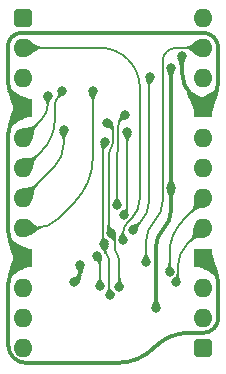
<source format=gbl>
%TF.GenerationSoftware,KiCad,Pcbnew,8.0.7*%
%TF.CreationDate,2025-01-30T10:17:25+02:00*%
%TF.ProjectId,Audio Address Decode,41756469-6f20-4416-9464-726573732044,V0*%
%TF.SameCoordinates,Original*%
%TF.FileFunction,Copper,L2,Bot*%
%TF.FilePolarity,Positive*%
%FSLAX46Y46*%
G04 Gerber Fmt 4.6, Leading zero omitted, Abs format (unit mm)*
G04 Created by KiCad (PCBNEW 8.0.7) date 2025-01-30 10:17:25*
%MOMM*%
%LPD*%
G01*
G04 APERTURE LIST*
G04 Aperture macros list*
%AMRoundRect*
0 Rectangle with rounded corners*
0 $1 Rounding radius*
0 $2 $3 $4 $5 $6 $7 $8 $9 X,Y pos of 4 corners*
0 Add a 4 corners polygon primitive as box body*
4,1,4,$2,$3,$4,$5,$6,$7,$8,$9,$2,$3,0*
0 Add four circle primitives for the rounded corners*
1,1,$1+$1,$2,$3*
1,1,$1+$1,$4,$5*
1,1,$1+$1,$6,$7*
1,1,$1+$1,$8,$9*
0 Add four rect primitives between the rounded corners*
20,1,$1+$1,$2,$3,$4,$5,0*
20,1,$1+$1,$4,$5,$6,$7,0*
20,1,$1+$1,$6,$7,$8,$9,0*
20,1,$1+$1,$8,$9,$2,$3,0*%
G04 Aperture macros list end*
%TA.AperFunction,ComponentPad*%
%ADD10O,1.600000X1.600000*%
%TD*%
%TA.AperFunction,ComponentPad*%
%ADD11R,1.600000X1.600000*%
%TD*%
%TA.AperFunction,ComponentPad*%
%ADD12RoundRect,0.400000X-0.400000X-0.400000X0.400000X-0.400000X0.400000X0.400000X-0.400000X0.400000X0*%
%TD*%
%TA.AperFunction,ViaPad*%
%ADD13C,0.800000*%
%TD*%
%TA.AperFunction,Conductor*%
%ADD14C,0.380000*%
%TD*%
%TA.AperFunction,Conductor*%
%ADD15C,0.200000*%
%TD*%
G04 APERTURE END LIST*
D10*
%TO.P,J1,24,Pin_24*%
%TO.N,unconnected-(J1-Pin_24-Pad24)*%
X15240000Y0D03*
%TO.P,J1,23,Pin_23*%
%TO.N,/Sound Address*%
X15240000Y-2540000D03*
%TO.P,J1,22,Pin_22*%
%TO.N,/CPU A ~{OE}\u00B7~{WE}*%
X15240000Y-5080000D03*
D11*
%TO.P,J1,21,Pin_21*%
%TO.N,/GND*%
X15240000Y-7620000D03*
D10*
%TO.P,J1,20,Pin_20*%
%TO.N,/CPU A ~{OE}*%
X15240000Y-10160000D03*
%TO.P,J1,19,Pin_19*%
%TO.N,/CPU A ~{WE}*%
X15240000Y-12700000D03*
%TO.P,J1,18,Pin_18*%
%TO.N,/CPU B ~{OE}\u00B7~{WE}*%
X15240000Y-15240000D03*
%TO.P,J1,17,Pin_17*%
%TO.N,/CPU B ~{OE}*%
X15240000Y-17780000D03*
D11*
%TO.P,J1,16,Pin_16*%
%TO.N,/GND*%
X15240000Y-20320000D03*
D10*
%TO.P,J1,15,Pin_15*%
%TO.N,/CPU B ~{WE}*%
X15240000Y-22860000D03*
%TO.P,J1,14,Pin_14*%
%TO.N,unconnected-(J1-Pin_14-Pad14)*%
X15240000Y-25400000D03*
D12*
%TO.P,J1,13,Pin_13*%
%TO.N,/5V*%
X15240000Y-27940000D03*
D10*
%TO.P,J1,12,Pin_12*%
%TO.N,unconnected-(J1-Pin_12-Pad12)*%
X0Y-27940000D03*
%TO.P,J1,11,Pin_11*%
%TO.N,unconnected-(J1-Pin_11-Pad11)*%
X0Y-25400000D03*
%TO.P,J1,10,Pin_10*%
%TO.N,/~{CLK}*%
X0Y-22860000D03*
D11*
%TO.P,J1,9,Pin_9*%
%TO.N,/GND*%
X0Y-20320000D03*
D10*
%TO.P,J1,8,Pin_8*%
%TO.N,/A15*%
X0Y-17780000D03*
%TO.P,J1,7,Pin_7*%
%TO.N,/A16*%
X0Y-15240000D03*
%TO.P,J1,6,Pin_6*%
%TO.N,/~{WD}*%
X0Y-12700000D03*
%TO.P,J1,5,Pin_5*%
%TO.N,/~{RD}*%
X0Y-10160000D03*
D11*
%TO.P,J1,4,Pin_4*%
%TO.N,/GND*%
X0Y-7620000D03*
D10*
%TO.P,J1,3,Pin_3*%
%TO.N,/Device ~{CS}*%
X0Y-5080000D03*
%TO.P,J1,2,Pin_2*%
%TO.N,/~{Device RAM}*%
X0Y-2540000D03*
D12*
%TO.P,J1,1,Pin_1*%
%TO.N,/5V*%
X0Y0D03*
%TD*%
D13*
%TO.N,/GND*%
X4783596Y-20887196D03*
X13406703Y-3240000D03*
X4318000Y-22381606D03*
%TO.N,/3.3V*%
X12496800Y-14427200D03*
X12485600Y-4216400D03*
X11226800Y-24592998D03*
%TO.N,/A16*%
X3417000Y-9525000D03*
%TO.N,/~{WD}*%
X3302000Y-6223000D03*
%TO.N,/~{RD}*%
X2057400Y-6578600D03*
%TO.N,/A15*%
X5878410Y-6234000D03*
%TO.N,/CPU B ~{WE}*%
X6858000Y-19151600D03*
X7366000Y-23495000D03*
X6872500Y-10493200D03*
%TO.N,/CPU A ~{WE}*%
X8495914Y-16680226D03*
X8788316Y-9701584D03*
%TO.N,/CPU B ~{OE}*%
X7111998Y-8890000D03*
X12929291Y-22358615D03*
X8128000Y-22830804D03*
X7431000Y-18236402D03*
%TO.N,/CPU A ~{OE}*%
X8636000Y-8189992D03*
X7920625Y-15862272D03*
%TO.N,/CPU A ~{OE}\u00B7~{WE}*%
X9251551Y-17937042D03*
X10716040Y-5006400D03*
%TO.N,/CPU B ~{OE}\u00B7~{WE}*%
X6234471Y-20171403D03*
X12372400Y-21528026D03*
X6477226Y-22733226D03*
%TO.N,/Sound Address*%
X10372493Y-20654150D03*
%TO.N,/~{Device RAM}*%
X8421544Y-18786400D03*
%TD*%
D14*
%TO.N,/3.3V*%
X12496800Y-16323174D02*
G75*
G02*
X11861801Y-17856201I-2168040J4D01*
G01*
X12485600Y-14408080D02*
G75*
G03*
X12491194Y-14421606I19100J-20D01*
G01*
X11861800Y-17856200D02*
G75*
G03*
X11226811Y-19389225I1533000J-1533000D01*
G01*
%TO.N,/GND*%
X11048999Y-27939999D02*
G75*
G02*
X7982948Y-29209998I-3066049J3066049D01*
G01*
X15875000Y-20955000D02*
G75*
G02*
X16509989Y-22488025I-1533000J-1533000D01*
G01*
X-635000Y-19685000D02*
G75*
G02*
X-635000Y-20955000I-634999J-635000D01*
G01*
X16121666Y-1643666D02*
G75*
G03*
X15219556Y-1270038I-902066J-902134D01*
G01*
X16510000Y-25369184D02*
G75*
G02*
X16129005Y-26289005I-1300800J-16D01*
G01*
X-634999Y-6985000D02*
G75*
G02*
X-635000Y-8255000I-635001J-634999D01*
G01*
X4783596Y-21586783D02*
G75*
G02*
X4550799Y-22148809I-794836J3D01*
G01*
X14033500Y-26670000D02*
G75*
G03*
X11106659Y-27882328I0J-4139200D01*
G01*
X-1270000Y-18151974D02*
G75*
G03*
X-635001Y-19685001I2168040J4D01*
G01*
X-635000Y-20955000D02*
G75*
G03*
X-1270002Y-22488025I1533030J-1533030D01*
G01*
X-986500Y-1621500D02*
G75*
G03*
X-1338000Y-2470096I848597J-848596D01*
G01*
X-1338000Y-5335891D02*
G75*
G03*
X-669000Y-6951000I2284119J4D01*
G01*
X-635000Y-8255000D02*
G75*
G03*
X-1270002Y-9788025I1533030J-1533030D01*
G01*
X14612334Y-6992334D02*
G75*
G03*
X15867666Y-6992334I627666J627669D01*
G01*
X16495332Y-5477014D02*
G75*
G02*
X15867668Y-6992336I-2143032J14D01*
G01*
X-841457Y-28781457D02*
G75*
G03*
X193135Y-29210000I1034594J1034593D01*
G01*
X-137903Y-1270000D02*
G75*
G03*
X-986500Y-1621500I-3J-1200090D01*
G01*
X13406703Y-4513351D02*
G75*
G03*
X14307098Y-6687098I3074147J1D01*
G01*
X-1270000Y-27746864D02*
G75*
G03*
X-841456Y-28781456I1463140J4D01*
G01*
X16121666Y-1643666D02*
G75*
G02*
X16495362Y-2545775I-902066J-902134D01*
G01*
X16129000Y-26289000D02*
G75*
G02*
X15209184Y-26669994I-919800J919800D01*
G01*
D15*
%TO.N,/~{Device RAM}*%
X9855200Y-15297142D02*
G75*
G02*
X9138370Y-17027716I-2447400J2D01*
G01*
X8864600Y-3530600D02*
G75*
G02*
X9855192Y-5922119I-2391500J-2391500D01*
G01*
X8789895Y-17376194D02*
G75*
G03*
X8421532Y-18265473I889305J-889306D01*
G01*
X8864600Y-3530600D02*
G75*
G03*
X6473080Y-2540000I-2391520J-2391520D01*
G01*
%TO.N,/Sound Address*%
X11785600Y-15536182D02*
G75*
G02*
X11079046Y-17241953I-2412330J2D01*
G01*
X12115800Y-2870200D02*
G75*
G03*
X11785589Y-3667373I797200J-797200D01*
G01*
X11079046Y-17241953D02*
G75*
G03*
X10372505Y-18947724I1705754J-1705747D01*
G01*
X12912973Y-2540000D02*
G75*
G03*
X12115808Y-2870208I27J-1127400D01*
G01*
%TO.N,/CPU B ~{OE}\u00B7~{WE}*%
X13516308Y-17148655D02*
G75*
G03*
X12372382Y-19910295I2761592J-2761645D01*
G01*
X6355848Y-20292780D02*
G75*
G02*
X6477213Y-20585811I-293048J-293020D01*
G01*
%TO.N,/CPU A ~{OE}\u00B7~{WE}*%
X10664713Y-5057727D02*
G75*
G03*
X10613407Y-5181641I123887J-123873D01*
G01*
X10613386Y-15612244D02*
G75*
G02*
X9932466Y-17256122I-2324796J4D01*
G01*
%TO.N,/CPU A ~{OE}*%
X8329250Y-8496742D02*
G75*
G03*
X8022498Y-9237302I740550J-740558D01*
G01*
X7971562Y-11353937D02*
G75*
G03*
X7920622Y-11476911I122938J-122963D01*
G01*
X8022500Y-11230963D02*
G75*
G02*
X7971578Y-11353953I-173900J-37D01*
G01*
%TO.N,/CPU B ~{OE}*%
X13072400Y-22114312D02*
G75*
G02*
X13000839Y-22287054I-244300J12D01*
G01*
X7622500Y-10509068D02*
G75*
G02*
X7414047Y-11012308I-711700J8D01*
G01*
X7576272Y-18381674D02*
G75*
G02*
X7721563Y-18732391I-350672J-350726D01*
G01*
X7367249Y-9145251D02*
G75*
G02*
X7622508Y-9761481I-616249J-616249D01*
G01*
X7721544Y-19524592D02*
G75*
G03*
X7924770Y-20015230I693856J-8D01*
G01*
X13874225Y-19145774D02*
G75*
G03*
X13072435Y-21081553I1935775J-1935726D01*
G01*
X7205600Y-17851620D02*
G75*
G03*
X7318306Y-18123696I384800J20D01*
G01*
X7414050Y-11012311D02*
G75*
G03*
X7205569Y-11515553I503250J-503289D01*
G01*
X7924772Y-20015228D02*
G75*
G02*
X8128015Y-20505863I-490672J-490672D01*
G01*
%TO.N,/CPU A ~{WE}*%
X8788316Y-16181064D02*
G75*
G02*
X8642144Y-16534054I-499216J-36D01*
G01*
%TO.N,/CPU B ~{WE}*%
X7239000Y-23278197D02*
G75*
G03*
X7302499Y-23431501I216800J-3D01*
G01*
X7048500Y-20002500D02*
G75*
G02*
X7238997Y-20462407I-459900J-459900D01*
G01*
X6801750Y-10563950D02*
G75*
G03*
X6730982Y-10734755I170850J-170850D01*
G01*
X6731000Y-18934797D02*
G75*
G03*
X6794499Y-19088101I216800J-3D01*
G01*
X6858000Y-19542592D02*
G75*
G03*
X7048498Y-20002502I650400J-8D01*
G01*
%TO.N,/A15*%
X2922321Y-17016678D02*
G75*
G02*
X1079500Y-17780000I-1842821J1842818D01*
G01*
X5878410Y-11806626D02*
G75*
G02*
X4284616Y-15654381I-5441560J6D01*
G01*
%TO.N,/~{RD}*%
X2057400Y-7340600D02*
G75*
G02*
X1518584Y-8641415I-1839630J0D01*
G01*
%TO.N,/~{WD}*%
X2667000Y-8559475D02*
G75*
G02*
X1535257Y-11291742I-3864015J3D01*
G01*
X2984499Y-6641449D02*
G75*
G03*
X2667000Y-7407962I766511J-766511D01*
G01*
X3302000Y-6273475D02*
G75*
G02*
X3266330Y-6359663I-121900J-25D01*
G01*
%TO.N,/A16*%
X3417000Y-10674000D02*
G75*
G02*
X2604534Y-12635465I-2773941J5D01*
G01*
D14*
%TO.N,/GND*%
X4783596Y-21586783D02*
X4783596Y-20887196D01*
X4550798Y-22148808D02*
X4318000Y-22381606D01*
D15*
%TO.N,/CPU B ~{OE}*%
X7367249Y-9145251D02*
X7111998Y-8890000D01*
X7205600Y-17851620D02*
X7205600Y-11515553D01*
X7431000Y-18236402D02*
X7318300Y-18123702D01*
X7622500Y-10509068D02*
X7622500Y-9761481D01*
%TO.N,/~{RD}*%
X1518584Y-8641415D02*
X0Y-10160000D01*
X2057400Y-6578600D02*
X2057400Y-7340600D01*
%TO.N,/~{WD}*%
X3302000Y-6223000D02*
X3302000Y-6273475D01*
X2984499Y-6641449D02*
X3266308Y-6359641D01*
X2667000Y-8559475D02*
X2667000Y-7407962D01*
X1535257Y-11291742D02*
X127000Y-12700000D01*
%TO.N,/A16*%
X3417000Y-9525000D02*
X3417000Y-10674000D01*
X2604534Y-12635465D02*
X0Y-15240000D01*
%TO.N,/A15*%
X5878410Y-6234000D02*
X5878410Y-11806626D01*
X2922321Y-17016678D02*
X4284617Y-15654382D01*
X1079500Y-17780000D02*
X0Y-17780000D01*
%TO.N,/CPU A ~{OE}*%
X7920625Y-15862272D02*
X7920625Y-11476911D01*
X8022500Y-9237302D02*
X8022500Y-11230963D01*
X8329250Y-8496742D02*
X8636000Y-8189992D01*
%TO.N,/CPU B ~{WE}*%
X6801750Y-10563950D02*
X6872500Y-10493200D01*
X6794500Y-19088100D02*
X6858000Y-19151600D01*
X6731000Y-10734755D02*
X6731000Y-18934797D01*
%TO.N,/~{Device RAM}*%
X6473080Y-2540000D02*
X0Y-2540000D01*
X9855200Y-15297142D02*
X9855200Y-5922119D01*
X9138371Y-17027717D02*
X8789895Y-17376194D01*
X8421544Y-18265473D02*
X8421544Y-18786400D01*
D14*
%TO.N,/GND*%
X16495332Y-5477014D02*
X16495332Y-2545775D01*
X15219556Y-1270000D02*
X-137903Y-1270000D01*
X-1338000Y-2470096D02*
X-1338000Y-5335891D01*
X-634999Y-6985000D02*
X-669000Y-6951000D01*
D15*
%TO.N,/CPU A ~{WE}*%
X8495914Y-16680226D02*
X8642115Y-16534025D01*
X8788316Y-16181064D02*
X8788316Y-9701584D01*
%TO.N,/Sound Address*%
X12912973Y-2540000D02*
X15240000Y-2540000D01*
X11785600Y-15536182D02*
X11785600Y-3667373D01*
X10372493Y-20654150D02*
X10372493Y-18947724D01*
D14*
%TO.N,/GND*%
X11048999Y-27939999D02*
X11106665Y-27882334D01*
X14033500Y-26670000D02*
X15209184Y-26670000D01*
X16510000Y-22488025D02*
X16510000Y-25369184D01*
X-1270000Y-22488025D02*
X-1270000Y-27746864D01*
X7982948Y-29210000D02*
X193135Y-29210000D01*
X15875000Y-20955000D02*
X15240000Y-20320000D01*
X-1270000Y-18151974D02*
X-1270000Y-9788025D01*
D15*
%TO.N,/CPU B ~{WE}*%
X6858000Y-19151600D02*
X6858000Y-19542592D01*
X7239000Y-23278197D02*
X7239000Y-20462407D01*
%TO.N,/CPU B ~{OE}*%
X8128000Y-22830804D02*
X8128000Y-20505863D01*
X7721544Y-18732391D02*
X7721544Y-19524592D01*
D14*
%TO.N,/3.3V*%
X11226800Y-24592998D02*
X11226800Y-19389225D01*
X12496800Y-14427200D02*
X12496800Y-16323174D01*
%TO.N,/GND*%
X14612334Y-6992334D02*
X14307098Y-6687098D01*
X13406703Y-3240000D02*
X13406703Y-4513351D01*
%TO.N,/3.3V*%
X12496800Y-14427200D02*
X12491200Y-14421600D01*
X12485600Y-4216400D02*
X12485600Y-14408080D01*
D15*
%TO.N,/CPU B ~{WE}*%
X7302500Y-23431500D02*
X7366000Y-23495000D01*
%TO.N,/CPU B ~{OE}*%
X13072400Y-22114312D02*
X13072400Y-21081553D01*
X13874225Y-19145774D02*
X15240000Y-17780000D01*
X13000845Y-22287060D02*
X12929291Y-22358615D01*
X7576272Y-18381674D02*
X7431000Y-18236402D01*
%TO.N,/CPU A ~{OE}\u00B7~{WE}*%
X10613386Y-5181641D02*
X10613386Y-15612244D01*
X10716040Y-5006400D02*
X10664713Y-5057727D01*
X9251551Y-17937042D02*
X9932468Y-17256124D01*
%TO.N,/CPU B ~{OE}\u00B7~{WE}*%
X6477226Y-20585811D02*
X6477226Y-22733226D01*
X6355848Y-20292780D02*
X6234471Y-20171403D01*
X13516308Y-17148655D02*
X15240000Y-15424964D01*
X12372400Y-19910295D02*
X12372400Y-21528026D01*
%TD*%
%TA.AperFunction,Conductor*%
%TO.N,/GND*%
G36*
X16037027Y-20049954D02*
G01*
X16042947Y-20056673D01*
X16043194Y-20057489D01*
X16149850Y-20463863D01*
X16259685Y-20845755D01*
X16259690Y-20845772D01*
X16259693Y-20845781D01*
X16369540Y-21191113D01*
X16369545Y-21191128D01*
X16369546Y-21191130D01*
X16479391Y-21499858D01*
X16584285Y-21759720D01*
X16584204Y-21768674D01*
X16577815Y-21774948D01*
X16576464Y-21775400D01*
X16227953Y-21868779D01*
X16219075Y-21867610D01*
X16217545Y-21866557D01*
X16104836Y-21774948D01*
X15947493Y-21647060D01*
X15730877Y-21499858D01*
X15672804Y-21460394D01*
X15398121Y-21310332D01*
X15398112Y-21310328D01*
X15123433Y-21196867D01*
X15123425Y-21196864D01*
X14862260Y-21123783D01*
X14855216Y-21118254D01*
X14854146Y-21109363D01*
X14854899Y-21107383D01*
X15237612Y-20323397D01*
X15244317Y-20317469D01*
X16028091Y-20049389D01*
X16037027Y-20049954D01*
G37*
%TD.AperFunction*%
%TD*%
%TA.AperFunction,Conductor*%
%TO.N,/GND*%
G36*
X4942340Y-21772978D02*
G01*
X4949786Y-21777953D01*
X4951533Y-21786735D01*
X4951482Y-21786979D01*
X4911073Y-21969743D01*
X4910866Y-21970543D01*
X4870838Y-22105525D01*
X4870496Y-22106515D01*
X4825372Y-22220202D01*
X4825175Y-22220669D01*
X4766862Y-22350839D01*
X4692108Y-22524118D01*
X4685684Y-22530357D01*
X4676914Y-22530303D01*
X4319982Y-22383481D01*
X4316143Y-22380917D01*
X4044896Y-22108542D01*
X4041486Y-22100262D01*
X4044930Y-22091996D01*
X4046390Y-22090763D01*
X4175986Y-21998472D01*
X4178940Y-21996949D01*
X4311446Y-21951104D01*
X4311831Y-21950980D01*
X4429421Y-21915461D01*
X4522184Y-21846818D01*
X4577725Y-21710134D01*
X4584013Y-21703761D01*
X4590842Y-21703065D01*
X4942340Y-21772978D01*
G37*
%TD.AperFunction*%
%TD*%
%TA.AperFunction,Conductor*%
%TO.N,/GND*%
G36*
X-978962Y-18772399D02*
G01*
X-977441Y-18773445D01*
X-707399Y-18992947D01*
X-432729Y-19179610D01*
X-158058Y-19329673D01*
X116611Y-19443136D01*
X377760Y-19516216D01*
X384804Y-19521745D01*
X385874Y-19530636D01*
X385121Y-19532616D01*
X2389Y-20316600D01*
X-4319Y-20322530D01*
X-4330Y-20322534D01*
X-4339Y-20322537D01*
X-788091Y-20590590D01*
X-797028Y-20590025D01*
X-802947Y-20583306D01*
X-803194Y-20582490D01*
X-909831Y-20176109D01*
X-1019639Y-19794235D01*
X-1129478Y-19448866D01*
X-1239289Y-19140176D01*
X-1344172Y-18880293D01*
X-1344090Y-18871338D01*
X-1337701Y-18865064D01*
X-1336354Y-18864614D01*
X-987839Y-18771230D01*
X-978962Y-18772399D01*
G37*
%TD.AperFunction*%
%TD*%
%TA.AperFunction,Conductor*%
%TO.N,/GND*%
G36*
X-788117Y-20049398D02*
G01*
X-4337Y-20317463D01*
X2379Y-20323380D01*
X70960Y-20463860D01*
X385120Y-21107383D01*
X385670Y-21116321D01*
X379739Y-21123030D01*
X377759Y-21123783D01*
X116611Y-21196862D01*
X116609Y-21196863D01*
X-158060Y-21310326D01*
X-432730Y-21460389D01*
X-707400Y-21647052D01*
X-977434Y-21866546D01*
X-986016Y-21869105D01*
X-987842Y-21868768D01*
X-1336352Y-21775385D01*
X-1343456Y-21769934D01*
X-1344625Y-21761056D01*
X-1344174Y-21759705D01*
X-1239290Y-21499821D01*
X-1129479Y-21191131D01*
X-1019640Y-20845761D01*
X-909831Y-20463887D01*
X-803194Y-20057507D01*
X-797779Y-20050375D01*
X-788907Y-20049160D01*
X-788117Y-20049398D01*
G37*
%TD.AperFunction*%
%TD*%
%TA.AperFunction,Conductor*%
%TO.N,/GND*%
G36*
X-1012973Y-6063860D02*
G01*
X-738004Y-6284816D01*
X-457636Y-6473512D01*
X-177267Y-6625608D01*
X-177255Y-6625612D01*
X-177253Y-6625614D01*
X103092Y-6741101D01*
X103094Y-6741101D01*
X103100Y-6741104D01*
X370083Y-6816233D01*
X377119Y-6821773D01*
X378177Y-6830665D01*
X377469Y-6832544D01*
X2479Y-7616539D01*
X-4182Y-7622524D01*
X-4203Y-7622531D01*
X-788181Y-7897539D01*
X-797122Y-7897044D01*
X-803094Y-7890372D01*
X-803332Y-7889612D01*
X-913890Y-7489125D01*
X-1027771Y-7113206D01*
X-1141664Y-6773844D01*
X-1255555Y-6471091D01*
X-1364789Y-6215821D01*
X-1364893Y-6206867D01*
X-1358636Y-6200462D01*
X-1024776Y-6062173D01*
X-1015822Y-6062173D01*
X-1012973Y-6063860D01*
G37*
%TD.AperFunction*%
%TD*%
%TA.AperFunction,Conductor*%
%TO.N,/GND*%
G36*
X-788117Y-7349398D02*
G01*
X-4337Y-7617463D01*
X2379Y-7623380D01*
X70960Y-7763860D01*
X385120Y-8407383D01*
X385670Y-8416321D01*
X379739Y-8423030D01*
X377759Y-8423783D01*
X116611Y-8496862D01*
X116609Y-8496863D01*
X-158060Y-8610326D01*
X-432730Y-8760389D01*
X-707400Y-8947052D01*
X-977434Y-9166546D01*
X-986016Y-9169105D01*
X-987842Y-9168768D01*
X-1336352Y-9075385D01*
X-1343456Y-9069934D01*
X-1344625Y-9061056D01*
X-1344174Y-9059705D01*
X-1239290Y-8799821D01*
X-1129479Y-8491131D01*
X-1019640Y-8145761D01*
X-909831Y-7763887D01*
X-803194Y-7357507D01*
X-797779Y-7350375D01*
X-788907Y-7349160D01*
X-788117Y-7349398D01*
G37*
%TD.AperFunction*%
%TD*%
%TA.AperFunction,Conductor*%
%TO.N,/GND*%
G36*
X16219768Y-6068514D02*
G01*
X16568331Y-6161912D01*
X16575434Y-6167362D01*
X16576603Y-6176240D01*
X16576175Y-6177533D01*
X16472822Y-6437611D01*
X16364617Y-6746495D01*
X16256410Y-7091989D01*
X16148212Y-7474051D01*
X16043154Y-7880561D01*
X16037766Y-7887713D01*
X16028898Y-7888961D01*
X16028063Y-7888711D01*
X15244341Y-7622527D01*
X15237610Y-7616622D01*
X15237601Y-7616604D01*
X15167644Y-7474075D01*
X14852785Y-6832590D01*
X14852217Y-6823655D01*
X14858134Y-6816934D01*
X14860093Y-6816182D01*
X15120080Y-6742592D01*
X15393555Y-6628585D01*
X15667030Y-6477978D01*
X15940505Y-6290771D01*
X16209339Y-6070762D01*
X16217909Y-6068175D01*
X16219768Y-6068514D01*
G37*
%TD.AperFunction*%
%TD*%
%TA.AperFunction,Conductor*%
%TO.N,/CPU B ~{OE}\u00B7~{WE}*%
G36*
X6622406Y-20171372D02*
G01*
X6630669Y-20174820D01*
X6634075Y-20183101D01*
X6634068Y-20183463D01*
X6628532Y-20349132D01*
X6628466Y-20350050D01*
X6614345Y-20475444D01*
X6614278Y-20475937D01*
X6597378Y-20584343D01*
X6583177Y-20710449D01*
X6577604Y-20877324D01*
X6573903Y-20885478D01*
X6565911Y-20888633D01*
X6387132Y-20888633D01*
X6378859Y-20885206D01*
X6375592Y-20878862D01*
X6375335Y-20877324D01*
X6353604Y-20747336D01*
X6353603Y-20747334D01*
X6289340Y-20666297D01*
X6289336Y-20666293D01*
X6194328Y-20612466D01*
X6194321Y-20612462D01*
X6138769Y-20583855D01*
X6079416Y-20553290D01*
X6077594Y-20552127D01*
X5962080Y-20462367D01*
X5957650Y-20454584D01*
X5960020Y-20445949D01*
X5960963Y-20444877D01*
X6231030Y-20173855D01*
X6239295Y-20170415D01*
X6622406Y-20171372D01*
G37*
%TD.AperFunction*%
%TD*%
%TA.AperFunction,Conductor*%
%TO.N,/CPU B ~{OE}*%
G36*
X7819263Y-18236372D02*
G01*
X7827527Y-18239820D01*
X7830933Y-18248101D01*
X7830933Y-18248138D01*
X7830016Y-18409642D01*
X7830014Y-18409799D01*
X7827775Y-18527292D01*
X7827673Y-18532619D01*
X7827671Y-18532704D01*
X7824871Y-18638957D01*
X7823121Y-18730694D01*
X7823023Y-18731998D01*
X7815862Y-18786399D01*
X7822013Y-18833128D01*
X7822113Y-18834721D01*
X7821610Y-18923584D01*
X7818136Y-18931838D01*
X7809910Y-18935218D01*
X7631184Y-18935218D01*
X7622911Y-18931791D01*
X7619700Y-18925756D01*
X7593700Y-18792350D01*
X7519078Y-18716843D01*
X7411039Y-18671171D01*
X7411010Y-18671158D01*
X7284229Y-18618347D01*
X7281822Y-18616991D01*
X7217861Y-18570218D01*
X7159159Y-18527290D01*
X7154504Y-18519643D01*
X7156622Y-18510942D01*
X7157772Y-18509595D01*
X7427559Y-18238854D01*
X7435824Y-18235414D01*
X7819263Y-18236372D01*
G37*
%TD.AperFunction*%
%TD*%
%TA.AperFunction,Conductor*%
%TO.N,/CPU B ~{OE}*%
G36*
X7479534Y-8741461D02*
G01*
X7485850Y-8747808D01*
X7485911Y-8747958D01*
X7553685Y-8919396D01*
X7553918Y-8920041D01*
X7597293Y-9051913D01*
X7597558Y-9052849D01*
X7625522Y-9169839D01*
X7625644Y-9170410D01*
X7651396Y-9308218D01*
X7685837Y-9490422D01*
X7684007Y-9499188D01*
X7676624Y-9504070D01*
X7501459Y-9538916D01*
X7492676Y-9537169D01*
X7488274Y-9531687D01*
X7440561Y-9409172D01*
X7440560Y-9409171D01*
X7359023Y-9347369D01*
X7359020Y-9347368D01*
X7249824Y-9323265D01*
X7116422Y-9304825D01*
X7114783Y-9304477D01*
X6971485Y-9263172D01*
X6964485Y-9257588D01*
X6963484Y-9248689D01*
X6963905Y-9247479D01*
X7109945Y-8893522D01*
X7116267Y-8887183D01*
X7470581Y-8741439D01*
X7479534Y-8741461D01*
G37*
%TD.AperFunction*%
%TD*%
%TA.AperFunction,Conductor*%
%TO.N,/CPU B ~{OE}*%
G36*
X7303863Y-17516060D02*
G01*
X7307149Y-17522522D01*
X7327662Y-17653466D01*
X7388115Y-17736446D01*
X7478363Y-17793103D01*
X7588964Y-17854497D01*
X7590561Y-17855566D01*
X7703595Y-17945413D01*
X7707939Y-17953243D01*
X7705474Y-17961852D01*
X7704603Y-17962831D01*
X7434441Y-18233948D01*
X7426174Y-18237389D01*
X7426124Y-18237389D01*
X7043184Y-18236432D01*
X7034919Y-18232984D01*
X7031513Y-18224703D01*
X7031523Y-18224256D01*
X7038732Y-18056940D01*
X7038843Y-18055767D01*
X7057216Y-17929539D01*
X7057316Y-17928961D01*
X7079340Y-17819786D01*
X7097841Y-17692679D01*
X7105117Y-17523827D01*
X7108897Y-17515711D01*
X7116806Y-17512633D01*
X7295590Y-17512633D01*
X7303863Y-17516060D01*
G37*
%TD.AperFunction*%
%TD*%
%TA.AperFunction,Conductor*%
%TO.N,/CPU A ~{WE}*%
G36*
X8884942Y-15985214D02*
G01*
X8888369Y-15993434D01*
X8889105Y-16154942D01*
X8889106Y-16155005D01*
X8890990Y-16277928D01*
X8890991Y-16277963D01*
X8890990Y-16277963D01*
X8893237Y-16384014D01*
X8893237Y-16384084D01*
X8893239Y-16384084D01*
X8895123Y-16507007D01*
X8895124Y-16507133D01*
X8895860Y-16668502D01*
X8892471Y-16676790D01*
X8884213Y-16680255D01*
X8884189Y-16680255D01*
X8500789Y-16681213D01*
X8492508Y-16677807D01*
X8492472Y-16677772D01*
X8491493Y-16676790D01*
X8222702Y-16407048D01*
X8219290Y-16398768D01*
X8222731Y-16390501D01*
X8224082Y-16389346D01*
X8347082Y-16299573D01*
X8349500Y-16298217D01*
X8476783Y-16245578D01*
X8585313Y-16200159D01*
X8660318Y-16124796D01*
X8686465Y-15991237D01*
X8691417Y-15983778D01*
X8697947Y-15981787D01*
X8876669Y-15981787D01*
X8884942Y-15985214D01*
G37*
%TD.AperFunction*%
%TD*%
%TA.AperFunction,Conductor*%
%TO.N,/CPU B ~{WE}*%
G36*
X6861973Y-19152594D02*
G01*
X7163272Y-19277933D01*
X7215679Y-19299734D01*
X7222001Y-19306076D01*
X7221988Y-19315031D01*
X7221517Y-19316028D01*
X7153416Y-19444165D01*
X7152687Y-19445357D01*
X7079586Y-19550394D01*
X7027346Y-19643162D01*
X7016721Y-19744659D01*
X7016721Y-19744661D01*
X7064390Y-19867169D01*
X7064196Y-19876122D01*
X7059336Y-19881544D01*
X6904623Y-19970869D01*
X6895745Y-19972038D01*
X6888844Y-19966926D01*
X6835628Y-19881544D01*
X6791607Y-19810913D01*
X6710249Y-19697614D01*
X6640169Y-19600363D01*
X6639597Y-19599489D01*
X6569864Y-19481704D01*
X6569301Y-19480628D01*
X6552546Y-19444165D01*
X6493508Y-19315686D01*
X6493168Y-19306740D01*
X6499255Y-19300172D01*
X6499575Y-19300031D01*
X6853003Y-19152609D01*
X6861957Y-19152588D01*
X6861973Y-19152594D01*
G37*
%TD.AperFunction*%
%TD*%
%TA.AperFunction,Conductor*%
%TO.N,/GND*%
G36*
X5142513Y-21035833D02*
G01*
X5148828Y-21042179D01*
X5148873Y-21050970D01*
X5089910Y-21198576D01*
X5089895Y-21198616D01*
X5050660Y-21313261D01*
X5050656Y-21313276D01*
X5024585Y-21414895D01*
X5000800Y-21534302D01*
X4970715Y-21690432D01*
X4965784Y-21697907D01*
X4957012Y-21699707D01*
X4956943Y-21699693D01*
X4606238Y-21629934D01*
X4598793Y-21624959D01*
X4596883Y-21617261D01*
X4611225Y-21478200D01*
X4591627Y-21372552D01*
X4546137Y-21282972D01*
X4484163Y-21181959D01*
X4483664Y-21181055D01*
X4419574Y-21051453D01*
X4418980Y-21042520D01*
X4424877Y-21035781D01*
X4425545Y-21035477D01*
X4779290Y-20888090D01*
X4788240Y-20888072D01*
X5142513Y-21035833D01*
G37*
%TD.AperFunction*%
%TD*%
%TA.AperFunction,Conductor*%
%TO.N,/~{RD}*%
G36*
X1068035Y-8965295D02*
G01*
X1194703Y-9091963D01*
X1198130Y-9100236D01*
X1195594Y-9107510D01*
X984518Y-9373412D01*
X898224Y-9608882D01*
X898223Y-9608885D01*
X874427Y-9843886D01*
X874416Y-9843990D01*
X844421Y-10115926D01*
X843995Y-10118018D01*
X742831Y-10453777D01*
X737163Y-10460710D01*
X728253Y-10461605D01*
X727163Y-10461217D01*
X3787Y-10162562D01*
X-2552Y-10156237D01*
X-2563Y-10156212D01*
X-19196Y-10115926D01*
X-228533Y-9608885D01*
X-301217Y-9432836D01*
X-301206Y-9423881D01*
X-294867Y-9417556D01*
X-293791Y-9417173D01*
X41981Y-9316001D01*
X44070Y-9315576D01*
X316008Y-9285582D01*
X484366Y-9268532D01*
X551112Y-9261774D01*
X551113Y-9261773D01*
X551119Y-9261773D01*
X786586Y-9175480D01*
X1052490Y-8964403D01*
X1061098Y-8961945D01*
X1068035Y-8965295D01*
G37*
%TD.AperFunction*%
%TD*%
%TA.AperFunction,Conductor*%
%TO.N,/~{RD}*%
G36*
X2415287Y-6726809D02*
G01*
X2421605Y-6733156D01*
X2421584Y-6742110D01*
X2421205Y-6742928D01*
X2350807Y-6880816D01*
X2349957Y-6882227D01*
X2278557Y-6983740D01*
X2218004Y-7072033D01*
X2218002Y-7072036D01*
X2175395Y-7180291D01*
X2158561Y-7331753D01*
X2154242Y-7339597D01*
X2146729Y-7342159D01*
X1967982Y-7339038D01*
X1959770Y-7335467D01*
X1956527Y-7328324D01*
X1944035Y-7180292D01*
X1943811Y-7177635D01*
X1943810Y-7177632D01*
X1943810Y-7177631D01*
X1943809Y-7177628D01*
X1901642Y-7070031D01*
X1839361Y-6982382D01*
X1839358Y-6982377D01*
X1839319Y-6982323D01*
X1765772Y-6881492D01*
X1764841Y-6879988D01*
X1693710Y-6742966D01*
X1692940Y-6734044D01*
X1698703Y-6727191D01*
X1699572Y-6726785D01*
X2052917Y-6579476D01*
X2061866Y-6579456D01*
X2415287Y-6726809D01*
G37*
%TD.AperFunction*%
%TD*%
%TA.AperFunction,Conductor*%
%TO.N,/~{WD}*%
G36*
X3302982Y-6225595D02*
G01*
X3305545Y-6229430D01*
X3450157Y-6580615D01*
X3450138Y-6589570D01*
X3443793Y-6595889D01*
X3442711Y-6596273D01*
X3328875Y-6630547D01*
X3327047Y-6630941D01*
X3226333Y-6644360D01*
X3140746Y-6658926D01*
X3140744Y-6658926D01*
X3061879Y-6700245D01*
X2987131Y-6786275D01*
X2979118Y-6790272D01*
X2971799Y-6788329D01*
X2902258Y-6741864D01*
X2823276Y-6689090D01*
X2818302Y-6681646D01*
X2819700Y-6673418D01*
X2873172Y-6582830D01*
X2901220Y-6504374D01*
X2908514Y-6429980D01*
X2905343Y-6342053D01*
X2902337Y-6235002D01*
X2905530Y-6226637D01*
X2913704Y-6222980D01*
X2914001Y-6222975D01*
X3294702Y-6222185D01*
X3302982Y-6225595D01*
G37*
%TD.AperFunction*%
%TD*%
%TA.AperFunction,Conductor*%
%TO.N,/~{WD}*%
G36*
X1118726Y-11581248D02*
G01*
X1245413Y-11707935D01*
X1248840Y-11716208D01*
X1246148Y-11723674D01*
X1036424Y-11976695D01*
X936448Y-12197152D01*
X893349Y-12416086D01*
X847605Y-12671855D01*
X847215Y-12673410D01*
X743010Y-12994122D01*
X737195Y-13000932D01*
X728268Y-13001634D01*
X727418Y-13001322D01*
X3787Y-12702562D01*
X-2552Y-12696237D01*
X-2563Y-12696212D01*
X-301092Y-11973138D01*
X-301081Y-11964183D01*
X-294742Y-11957858D01*
X-293374Y-11957390D01*
X-281360Y-11954092D01*
X50761Y-11862929D01*
X53455Y-11862520D01*
X336308Y-11852892D01*
X336670Y-11852886D01*
X583562Y-11853685D01*
X829750Y-11786795D01*
X1103403Y-11580183D01*
X1112071Y-11577933D01*
X1118726Y-11581248D01*
G37*
%TD.AperFunction*%
%TD*%
%TA.AperFunction,Conductor*%
%TO.N,/A16*%
G36*
X3701716Y-9642703D02*
G01*
X3774952Y-9673237D01*
X3781270Y-9679584D01*
X3781249Y-9688538D01*
X3780900Y-9689297D01*
X3707360Y-9835362D01*
X3706611Y-9836642D01*
X3633734Y-9944732D01*
X3573262Y-10039135D01*
X3532158Y-10154240D01*
X3517947Y-10314335D01*
X3513802Y-10322272D01*
X3506293Y-10325000D01*
X3327707Y-10325000D01*
X3319434Y-10321573D01*
X3316053Y-10314335D01*
X3301840Y-10154240D01*
X3301840Y-10154238D01*
X3260738Y-10039138D01*
X3200261Y-9944728D01*
X3127382Y-9836635D01*
X3126642Y-9835370D01*
X3053099Y-9689297D01*
X3052439Y-9680367D01*
X3058288Y-9673586D01*
X3059047Y-9673237D01*
X3412500Y-9525875D01*
X3421449Y-9525855D01*
X3701716Y-9642703D01*
G37*
%TD.AperFunction*%
%TD*%
%TA.AperFunction,Conductor*%
%TO.N,/A16*%
G36*
X1068035Y-14045295D02*
G01*
X1194703Y-14171964D01*
X1198130Y-14180237D01*
X1195594Y-14187511D01*
X984518Y-14453413D01*
X898224Y-14688882D01*
X898223Y-14688885D01*
X874427Y-14923886D01*
X874416Y-14923990D01*
X844421Y-15195926D01*
X843995Y-15198018D01*
X742831Y-15533777D01*
X737163Y-15540710D01*
X728253Y-15541605D01*
X727163Y-15541217D01*
X3787Y-15242562D01*
X-2552Y-15236237D01*
X-2563Y-15236212D01*
X-19196Y-15195926D01*
X-228533Y-14688885D01*
X-301217Y-14512836D01*
X-301206Y-14503881D01*
X-294867Y-14497556D01*
X-293791Y-14497173D01*
X41981Y-14396001D01*
X44070Y-14395576D01*
X316008Y-14365582D01*
X484366Y-14348532D01*
X551112Y-14341774D01*
X551113Y-14341773D01*
X551119Y-14341773D01*
X786586Y-14255480D01*
X1052490Y-14044403D01*
X1061098Y-14041945D01*
X1068035Y-14045295D01*
G37*
%TD.AperFunction*%
%TD*%
%TA.AperFunction,Conductor*%
%TO.N,/A15*%
G36*
X6163126Y-6351703D02*
G01*
X6236362Y-6382237D01*
X6242680Y-6388584D01*
X6242659Y-6397538D01*
X6242310Y-6398297D01*
X6168770Y-6544362D01*
X6168021Y-6545642D01*
X6095144Y-6653732D01*
X6034672Y-6748135D01*
X5993568Y-6863240D01*
X5979357Y-7023335D01*
X5975212Y-7031272D01*
X5967703Y-7034000D01*
X5789117Y-7034000D01*
X5780844Y-7030573D01*
X5777463Y-7023335D01*
X5763250Y-6863240D01*
X5763250Y-6863238D01*
X5722148Y-6748138D01*
X5661671Y-6653728D01*
X5588792Y-6545635D01*
X5588052Y-6544370D01*
X5514509Y-6398297D01*
X5513849Y-6389367D01*
X5519698Y-6382586D01*
X5520457Y-6382237D01*
X5873910Y-6234875D01*
X5882859Y-6234855D01*
X6163126Y-6351703D01*
G37*
%TD.AperFunction*%
%TD*%
%TA.AperFunction,Conductor*%
%TO.N,/A15*%
G36*
X316318Y-17046909D02*
G01*
X317697Y-17047591D01*
X617905Y-17221620D01*
X619922Y-17223099D01*
X832505Y-17417232D01*
X1015237Y-17581072D01*
X1235761Y-17669014D01*
X1552752Y-17637291D01*
X1561323Y-17639877D01*
X1565216Y-17645905D01*
X1611576Y-17818929D01*
X1610407Y-17827807D01*
X1604065Y-17833026D01*
X1269661Y-17947529D01*
X1269659Y-17947529D01*
X1042083Y-18073416D01*
X856262Y-18209092D01*
X855887Y-18209355D01*
X636623Y-18356654D01*
X635257Y-18357443D01*
X317327Y-18513611D01*
X308391Y-18514183D01*
X301668Y-18508268D01*
X301372Y-18507616D01*
X899Y-17784744D01*
X889Y-17775794D01*
X301025Y-17053225D01*
X307363Y-17046900D01*
X316318Y-17046909D01*
G37*
%TD.AperFunction*%
%TD*%
%TA.AperFunction,Conductor*%
%TO.N,/CPU A ~{OE}*%
G36*
X8018191Y-15065699D02*
G01*
X8021572Y-15072937D01*
X8035783Y-15233030D01*
X8076887Y-15348134D01*
X8137359Y-15442538D01*
X8210236Y-15550627D01*
X8210985Y-15551907D01*
X8284525Y-15697974D01*
X8285185Y-15706904D01*
X8279336Y-15713685D01*
X8278577Y-15714034D01*
X7925127Y-15861395D01*
X7916173Y-15861416D01*
X7916123Y-15861395D01*
X7562671Y-15714034D01*
X7556353Y-15707687D01*
X7556374Y-15698733D01*
X7556708Y-15698006D01*
X7630271Y-15551892D01*
X7631003Y-15550641D01*
X7703886Y-15442543D01*
X7764363Y-15348132D01*
X7805465Y-15233033D01*
X7819678Y-15072936D01*
X7823823Y-15065000D01*
X7831332Y-15062272D01*
X8009918Y-15062272D01*
X8018191Y-15065699D01*
G37*
%TD.AperFunction*%
%TD*%
%TA.AperFunction,Conductor*%
%TO.N,/CPU A ~{OE}*%
G36*
X8277581Y-8041498D02*
G01*
X8631873Y-8187214D01*
X8638221Y-8193531D01*
X8638240Y-8193577D01*
X8784041Y-8547336D01*
X8784025Y-8556290D01*
X8777682Y-8562611D01*
X8776348Y-8563069D01*
X8634063Y-8602490D01*
X8631986Y-8602868D01*
X8502426Y-8614507D01*
X8393585Y-8629014D01*
X8393579Y-8629016D01*
X8302800Y-8680576D01*
X8231663Y-8795027D01*
X8224385Y-8800245D01*
X8217249Y-8799660D01*
X8052110Y-8731258D01*
X8045778Y-8724926D01*
X8045637Y-8716326D01*
X8105017Y-8558617D01*
X8140772Y-8435769D01*
X8167273Y-8328270D01*
X8167376Y-8327887D01*
X8202955Y-8205642D01*
X8203228Y-8204823D01*
X8262199Y-8048202D01*
X8268322Y-8041668D01*
X8277272Y-8041376D01*
X8277581Y-8041498D01*
G37*
%TD.AperFunction*%
%TD*%
%TA.AperFunction,Conductor*%
%TO.N,/CPU B ~{WE}*%
G36*
X6829292Y-18380289D02*
G01*
X6832573Y-18386718D01*
X6858696Y-18550391D01*
X6858696Y-18550392D01*
X6929948Y-18656857D01*
X6929950Y-18656859D01*
X7026748Y-18738509D01*
X7027257Y-18738964D01*
X7130960Y-18837357D01*
X7132957Y-18839854D01*
X7220639Y-18986932D01*
X7221932Y-18995793D01*
X7216580Y-19002973D01*
X7215091Y-19003722D01*
X6862502Y-19150723D01*
X6853548Y-19150744D01*
X6853498Y-19150723D01*
X6499267Y-19003037D01*
X6492949Y-18996690D01*
X6492969Y-18987738D01*
X6550135Y-18851352D01*
X6591346Y-18744265D01*
X6615968Y-18648600D01*
X6627890Y-18535688D01*
X6630775Y-18388332D01*
X6634363Y-18380128D01*
X6642473Y-18376862D01*
X6821019Y-18376862D01*
X6829292Y-18380289D01*
G37*
%TD.AperFunction*%
%TD*%
%TA.AperFunction,Conductor*%
%TO.N,/CPU B ~{WE}*%
G36*
X7229494Y-10641037D02*
G01*
X7235812Y-10647384D01*
X7235791Y-10656338D01*
X7234996Y-10657904D01*
X7145602Y-10805286D01*
X7143457Y-10807886D01*
X7036236Y-10905101D01*
X7035647Y-10905600D01*
X6934754Y-10985611D01*
X6934749Y-10985616D01*
X6860104Y-11091011D01*
X6860103Y-11091013D01*
X6832634Y-11255284D01*
X6827889Y-11262878D01*
X6821094Y-11265054D01*
X6642573Y-11265054D01*
X6634300Y-11261627D01*
X6630874Y-11253481D01*
X6629289Y-11107414D01*
X6629289Y-11107399D01*
X6629287Y-11107380D01*
X6629287Y-11107366D01*
X6620746Y-10994820D01*
X6618773Y-10985613D01*
X6600253Y-10899190D01*
X6600249Y-10899179D01*
X6600247Y-10899171D01*
X6562706Y-10792419D01*
X6562702Y-10792410D01*
X6562693Y-10792383D01*
X6507345Y-10657026D01*
X6507386Y-10648074D01*
X6513672Y-10641801D01*
X6868000Y-10494075D01*
X6876949Y-10494055D01*
X7229494Y-10641037D01*
G37*
%TD.AperFunction*%
%TD*%
%TA.AperFunction,Conductor*%
%TO.N,/~{Device RAM}*%
G36*
X316483Y-1806511D02*
G01*
X317528Y-1807007D01*
X626478Y-1972888D01*
X628259Y-1974066D01*
X841676Y-2145079D01*
X841730Y-2145177D01*
X841757Y-2145145D01*
X916463Y-2206111D01*
X1024842Y-2294558D01*
X1252361Y-2400040D01*
X1589637Y-2438808D01*
X1597464Y-2443157D01*
X1600000Y-2450431D01*
X1600000Y-2629568D01*
X1596573Y-2637841D01*
X1589636Y-2641191D01*
X1252365Y-2679957D01*
X1252357Y-2679959D01*
X1024841Y-2785440D01*
X1024841Y-2785441D01*
X841757Y-2934853D01*
X841676Y-2934918D01*
X628259Y-3105932D01*
X626478Y-3107110D01*
X317528Y-3272992D01*
X308618Y-3273887D01*
X301685Y-3268219D01*
X301189Y-3267174D01*
X234182Y-3105932D01*
X864Y-2544487D01*
X854Y-2535538D01*
X301190Y-1812823D01*
X307528Y-1806500D01*
X316483Y-1806511D01*
G37*
%TD.AperFunction*%
%TD*%
%TA.AperFunction,Conductor*%
%TO.N,/~{Device RAM}*%
G36*
X8521344Y-18122136D02*
G01*
X8528979Y-18126814D01*
X8531213Y-18133748D01*
X8530707Y-18237282D01*
X8530597Y-18259818D01*
X8571872Y-18349028D01*
X8626987Y-18407832D01*
X8639464Y-18421144D01*
X8639525Y-18421210D01*
X8716858Y-18505012D01*
X8718399Y-18507108D01*
X8784458Y-18621803D01*
X8785617Y-18630682D01*
X8780158Y-18637781D01*
X8778819Y-18638442D01*
X8425889Y-18785511D01*
X8416935Y-18785530D01*
X8416885Y-18785509D01*
X8063677Y-18638200D01*
X8057361Y-18631853D01*
X8057383Y-18622898D01*
X8057761Y-18622081D01*
X8121097Y-18498632D01*
X8122081Y-18497044D01*
X8187762Y-18408061D01*
X8187907Y-18407870D01*
X8247556Y-18331793D01*
X8297310Y-18237283D01*
X8331117Y-18102796D01*
X8336457Y-18095609D01*
X8344291Y-18094093D01*
X8521344Y-18122136D01*
G37*
%TD.AperFunction*%
%TD*%
%TA.AperFunction,Conductor*%
%TO.N,/CPU A ~{WE}*%
G36*
X9073032Y-9819287D02*
G01*
X9146268Y-9849821D01*
X9152586Y-9856168D01*
X9152565Y-9865122D01*
X9152216Y-9865881D01*
X9078676Y-10011946D01*
X9077927Y-10013226D01*
X9005050Y-10121316D01*
X8944578Y-10215719D01*
X8903474Y-10330824D01*
X8889263Y-10490919D01*
X8885118Y-10498856D01*
X8877609Y-10501584D01*
X8699023Y-10501584D01*
X8690750Y-10498157D01*
X8687369Y-10490919D01*
X8673156Y-10330824D01*
X8673156Y-10330822D01*
X8632054Y-10215722D01*
X8571577Y-10121312D01*
X8498698Y-10013219D01*
X8497958Y-10011954D01*
X8424415Y-9865881D01*
X8423755Y-9856951D01*
X8429604Y-9850170D01*
X8430363Y-9849821D01*
X8783816Y-9702459D01*
X8792765Y-9702439D01*
X9073032Y-9819287D01*
G37*
%TD.AperFunction*%
%TD*%
%TA.AperFunction,Conductor*%
%TO.N,/Sound Address*%
G36*
X14938314Y-1811780D02*
G01*
X14938810Y-1812825D01*
X15239134Y-2535510D01*
X15239144Y-2544463D01*
X15239135Y-2544485D01*
X15239134Y-2544490D01*
X14938810Y-3267174D01*
X14932471Y-3273499D01*
X14923516Y-3273488D01*
X14922471Y-3272992D01*
X14613520Y-3107110D01*
X14611739Y-3105932D01*
X14398315Y-2934912D01*
X14398234Y-2934847D01*
X14357363Y-2901493D01*
X14215156Y-2785440D01*
X13987641Y-2679959D01*
X13987639Y-2679958D01*
X13987638Y-2679958D01*
X13987636Y-2679957D01*
X13987633Y-2679957D01*
X13650364Y-2641191D01*
X13642536Y-2636842D01*
X13640000Y-2629568D01*
X13640000Y-2450431D01*
X13643427Y-2442158D01*
X13650362Y-2438808D01*
X13987638Y-2400040D01*
X14215156Y-2294558D01*
X14398241Y-2145145D01*
X14611741Y-1974064D01*
X14613520Y-1972888D01*
X14913582Y-1811780D01*
X14922471Y-1807006D01*
X14931381Y-1806112D01*
X14938314Y-1811780D01*
G37*
%TD.AperFunction*%
%TD*%
%TA.AperFunction,Conductor*%
%TO.N,/Sound Address*%
G36*
X10470059Y-19857577D02*
G01*
X10473440Y-19864815D01*
X10487651Y-20024908D01*
X10528755Y-20140012D01*
X10589227Y-20234416D01*
X10662104Y-20342505D01*
X10662853Y-20343785D01*
X10736393Y-20489852D01*
X10737053Y-20498782D01*
X10731204Y-20505563D01*
X10730445Y-20505912D01*
X10376995Y-20653273D01*
X10368041Y-20653294D01*
X10367991Y-20653273D01*
X10014539Y-20505912D01*
X10008221Y-20499565D01*
X10008242Y-20490611D01*
X10008576Y-20489884D01*
X10082139Y-20343770D01*
X10082871Y-20342519D01*
X10155754Y-20234421D01*
X10216231Y-20140010D01*
X10257333Y-20024911D01*
X10271546Y-19864814D01*
X10275691Y-19856878D01*
X10283200Y-19854150D01*
X10461786Y-19854150D01*
X10470059Y-19857577D01*
G37*
%TD.AperFunction*%
%TD*%
%TA.AperFunction,Conductor*%
%TO.N,/CPU B ~{WE}*%
G36*
X7337292Y-22723689D02*
G01*
X7340573Y-22730118D01*
X7366696Y-22893791D01*
X7366696Y-22893792D01*
X7437948Y-23000257D01*
X7437950Y-23000259D01*
X7534748Y-23081909D01*
X7535257Y-23082364D01*
X7638960Y-23180757D01*
X7640957Y-23183254D01*
X7728639Y-23330332D01*
X7729932Y-23339193D01*
X7724580Y-23346373D01*
X7723091Y-23347122D01*
X7370502Y-23494123D01*
X7361548Y-23494144D01*
X7361498Y-23494123D01*
X7007267Y-23346437D01*
X7000949Y-23340090D01*
X7000969Y-23331138D01*
X7058135Y-23194752D01*
X7099346Y-23087665D01*
X7123968Y-22992000D01*
X7135890Y-22879088D01*
X7138775Y-22731732D01*
X7142363Y-22723528D01*
X7150473Y-22720262D01*
X7329019Y-22720262D01*
X7337292Y-22723689D01*
G37*
%TD.AperFunction*%
%TD*%
%TA.AperFunction,Conductor*%
%TO.N,/CPU B ~{OE}*%
G36*
X8225566Y-22034231D02*
G01*
X8228947Y-22041469D01*
X8243158Y-22201562D01*
X8284262Y-22316666D01*
X8344734Y-22411070D01*
X8417611Y-22519159D01*
X8418360Y-22520439D01*
X8491900Y-22666506D01*
X8492560Y-22675436D01*
X8486711Y-22682217D01*
X8485952Y-22682566D01*
X8132502Y-22829927D01*
X8123548Y-22829948D01*
X8123498Y-22829927D01*
X7770046Y-22682566D01*
X7763728Y-22676219D01*
X7763749Y-22667265D01*
X7764083Y-22666538D01*
X7837646Y-22520424D01*
X7838378Y-22519173D01*
X7911261Y-22411075D01*
X7971738Y-22316664D01*
X8012840Y-22201565D01*
X8027053Y-22041468D01*
X8031198Y-22033532D01*
X8038707Y-22030804D01*
X8217293Y-22030804D01*
X8225566Y-22034231D01*
G37*
%TD.AperFunction*%
%TD*%
%TA.AperFunction,Conductor*%
%TO.N,/3.3V*%
G36*
X11413810Y-23796425D02*
G01*
X11417229Y-23804253D01*
X11423140Y-23959416D01*
X11443002Y-24076410D01*
X11477653Y-24174906D01*
X11477658Y-24174919D01*
X11528283Y-24285634D01*
X11528348Y-24285777D01*
X11591532Y-24428999D01*
X11591736Y-24437951D01*
X11585549Y-24444426D01*
X11585329Y-24444520D01*
X11231302Y-24592121D01*
X11222348Y-24592142D01*
X11222298Y-24592121D01*
X10868270Y-24444520D01*
X10861952Y-24438173D01*
X10861973Y-24429219D01*
X10862036Y-24429069D01*
X10925250Y-24285777D01*
X10975945Y-24174905D01*
X11010594Y-24076414D01*
X11030458Y-23959410D01*
X11036371Y-23804251D01*
X11040111Y-23796116D01*
X11048063Y-23792998D01*
X11405537Y-23792998D01*
X11413810Y-23796425D01*
G37*
%TD.AperFunction*%
%TD*%
%TA.AperFunction,Conductor*%
%TO.N,/3.3V*%
G36*
X12855329Y-14575677D02*
G01*
X12861647Y-14582024D01*
X12861626Y-14590978D01*
X12861532Y-14591199D01*
X12798358Y-14734395D01*
X12798293Y-14734537D01*
X12747658Y-14845276D01*
X12747653Y-14845289D01*
X12713002Y-14943785D01*
X12693140Y-15060780D01*
X12687229Y-15215945D01*
X12683489Y-15224082D01*
X12675537Y-15227200D01*
X12318063Y-15227200D01*
X12309790Y-15223773D01*
X12306371Y-15215946D01*
X12306371Y-15215945D01*
X12300458Y-15060787D01*
X12280594Y-14943782D01*
X12245945Y-14845291D01*
X12245943Y-14845287D01*
X12245939Y-14845276D01*
X12195304Y-14734538D01*
X12195239Y-14734395D01*
X12132066Y-14591196D01*
X12131863Y-14582246D01*
X12138050Y-14575771D01*
X12138199Y-14575706D01*
X12492300Y-14428075D01*
X12501249Y-14428055D01*
X12855329Y-14575677D01*
G37*
%TD.AperFunction*%
%TD*%
%TA.AperFunction,Conductor*%
%TO.N,/GND*%
G36*
X14138808Y-6197012D02*
G01*
X14422307Y-6391336D01*
X14422310Y-6391338D01*
X14422315Y-6391341D01*
X14712136Y-6553400D01*
X14712140Y-6553402D01*
X15001973Y-6678868D01*
X15291806Y-6767734D01*
X15567203Y-6817396D01*
X15574736Y-6822236D01*
X15576640Y-6830986D01*
X15575890Y-6833495D01*
X15242436Y-7616374D01*
X15236041Y-7622642D01*
X15236019Y-7622651D01*
X14451566Y-7936583D01*
X14442612Y-7936476D01*
X14436357Y-7930068D01*
X14436114Y-7929403D01*
X14314144Y-7558738D01*
X14188288Y-7212864D01*
X14062432Y-6903590D01*
X13958709Y-6678868D01*
X13936584Y-6630932D01*
X13936574Y-6630913D01*
X13815845Y-6404456D01*
X13814977Y-6395545D01*
X13819943Y-6389048D01*
X14125972Y-6196756D01*
X14134798Y-6195257D01*
X14138808Y-6197012D01*
G37*
%TD.AperFunction*%
%TD*%
%TA.AperFunction,Conductor*%
%TO.N,/GND*%
G36*
X13765232Y-3388477D02*
G01*
X13771550Y-3394824D01*
X13771529Y-3403778D01*
X13771435Y-3403999D01*
X13708261Y-3547195D01*
X13708196Y-3547337D01*
X13657561Y-3658076D01*
X13657556Y-3658089D01*
X13622905Y-3756585D01*
X13603043Y-3873580D01*
X13597132Y-4028745D01*
X13593392Y-4036882D01*
X13585440Y-4040000D01*
X13227966Y-4040000D01*
X13219693Y-4036573D01*
X13216274Y-4028746D01*
X13216274Y-4028745D01*
X13210361Y-3873587D01*
X13190497Y-3756582D01*
X13155848Y-3658091D01*
X13155846Y-3658087D01*
X13155842Y-3658076D01*
X13105207Y-3547338D01*
X13105142Y-3547195D01*
X13041969Y-3403996D01*
X13041766Y-3395046D01*
X13047953Y-3388571D01*
X13048102Y-3388506D01*
X13402203Y-3240875D01*
X13411152Y-3240855D01*
X13765232Y-3388477D01*
G37*
%TD.AperFunction*%
%TD*%
%TA.AperFunction,Conductor*%
%TO.N,/3.3V*%
G36*
X12672688Y-13632855D02*
G01*
X12676103Y-13640602D01*
X12683087Y-13795745D01*
X12705693Y-13912134D01*
X12743634Y-14009843D01*
X12797030Y-14119917D01*
X12797175Y-14120226D01*
X12861421Y-14263158D01*
X12861687Y-14272109D01*
X12855546Y-14278627D01*
X12855251Y-14278754D01*
X12501302Y-14426323D01*
X12492348Y-14426344D01*
X12492298Y-14426323D01*
X12138201Y-14278693D01*
X12131883Y-14272346D01*
X12131904Y-14263392D01*
X12131929Y-14263331D01*
X12193713Y-14120866D01*
X12241584Y-14010173D01*
X12273058Y-13911640D01*
X12290330Y-13794860D01*
X12295239Y-13640754D01*
X12298927Y-13632596D01*
X12306933Y-13629428D01*
X12664415Y-13629428D01*
X12672688Y-13632855D01*
G37*
%TD.AperFunction*%
%TD*%
%TA.AperFunction,Conductor*%
%TO.N,/3.3V*%
G36*
X12844129Y-4364877D02*
G01*
X12850447Y-4371224D01*
X12850426Y-4380178D01*
X12850332Y-4380399D01*
X12787158Y-4523595D01*
X12787093Y-4523737D01*
X12736458Y-4634476D01*
X12736453Y-4634489D01*
X12701802Y-4732985D01*
X12681940Y-4849980D01*
X12676029Y-5005145D01*
X12672289Y-5013282D01*
X12664337Y-5016400D01*
X12306863Y-5016400D01*
X12298590Y-5012973D01*
X12295171Y-5005146D01*
X12295171Y-5005145D01*
X12289258Y-4849987D01*
X12269394Y-4732982D01*
X12234745Y-4634491D01*
X12234743Y-4634487D01*
X12234739Y-4634476D01*
X12184104Y-4523738D01*
X12184039Y-4523595D01*
X12120866Y-4380396D01*
X12120663Y-4371446D01*
X12126850Y-4364971D01*
X12126999Y-4364906D01*
X12481100Y-4217275D01*
X12490049Y-4217255D01*
X12844129Y-4364877D01*
G37*
%TD.AperFunction*%
%TD*%
%TA.AperFunction,Conductor*%
%TO.N,/CPU B ~{OE}*%
G36*
X13169088Y-21590508D02*
G01*
X13172514Y-21598666D01*
X13173953Y-21744599D01*
X13173953Y-21744611D01*
X13182119Y-21857138D01*
X13182122Y-21857160D01*
X13202154Y-21952768D01*
X13202158Y-21952785D01*
X13239305Y-22059531D01*
X13239312Y-22059550D01*
X13294459Y-22194792D01*
X13294410Y-22203747D01*
X13288127Y-22210009D01*
X12933793Y-22357738D01*
X12924839Y-22357759D01*
X12924789Y-22357738D01*
X12572306Y-22210781D01*
X12565988Y-22204434D01*
X12566009Y-22195480D01*
X12566803Y-22193916D01*
X12643137Y-22068302D01*
X12648649Y-22063576D01*
X12675241Y-22052562D01*
X12800682Y-21956308D01*
X12896936Y-21830867D01*
X12901230Y-21820497D01*
X12902502Y-21818203D01*
X12943140Y-21761180D01*
X12954759Y-21692041D01*
X12955483Y-21689520D01*
X12957444Y-21684788D01*
X12962724Y-21644681D01*
X12962765Y-21644408D01*
X12970759Y-21596840D01*
X12975510Y-21589251D01*
X12982297Y-21587081D01*
X13160815Y-21587081D01*
X13169088Y-21590508D01*
G37*
%TD.AperFunction*%
%TD*%
%TA.AperFunction,Conductor*%
%TO.N,/CPU B ~{OE}*%
G36*
X14512825Y-17478778D02*
G01*
X15236212Y-17777437D01*
X15242551Y-17783762D01*
X15242562Y-17783787D01*
X15541217Y-18507163D01*
X15541206Y-18516118D01*
X15534867Y-18522443D01*
X15533777Y-18522831D01*
X15198018Y-18623995D01*
X15195926Y-18624421D01*
X14924041Y-18654410D01*
X14923937Y-18654421D01*
X14688885Y-18678223D01*
X14688882Y-18678224D01*
X14453412Y-18764518D01*
X14187510Y-18975594D01*
X14178900Y-18978053D01*
X14171963Y-18974703D01*
X14045295Y-18848035D01*
X14041868Y-18839762D01*
X14044403Y-18832490D01*
X14255480Y-18566586D01*
X14341773Y-18331119D01*
X14365582Y-18096008D01*
X14395576Y-17824070D01*
X14396002Y-17821979D01*
X14409423Y-17777437D01*
X14497169Y-17486219D01*
X14502836Y-17479289D01*
X14511746Y-17478394D01*
X14512825Y-17478778D01*
G37*
%TD.AperFunction*%
%TD*%
%TA.AperFunction,Conductor*%
%TO.N,/CPU A ~{OE}\u00B7~{WE}*%
G36*
X11073295Y-5154346D02*
G01*
X11079612Y-5160692D01*
X11079591Y-5169646D01*
X11078919Y-5171004D01*
X10994067Y-5317654D01*
X10992319Y-5319960D01*
X10894522Y-5420300D01*
X10894147Y-5420668D01*
X10804243Y-5504993D01*
X10804243Y-5504994D01*
X10738710Y-5613220D01*
X10738707Y-5613227D01*
X10714852Y-5775978D01*
X10710262Y-5783667D01*
X10703276Y-5785981D01*
X10524696Y-5785981D01*
X10516423Y-5782554D01*
X10513003Y-5774677D01*
X10507938Y-5625091D01*
X10490366Y-5511661D01*
X10490364Y-5511654D01*
X10458830Y-5416030D01*
X10411483Y-5308516D01*
X10411466Y-5308478D01*
X10351241Y-5170372D01*
X10351076Y-5161419D01*
X10357289Y-5154970D01*
X10357311Y-5154960D01*
X10711540Y-5007275D01*
X10720489Y-5007255D01*
X11073295Y-5154346D01*
G37*
%TD.AperFunction*%
%TD*%
%TA.AperFunction,Conductor*%
%TO.N,/CPU A ~{OE}\u00B7~{WE}*%
G36*
X9754095Y-17308216D02*
G01*
X9880375Y-17434495D01*
X9883802Y-17442768D01*
X9881074Y-17450277D01*
X9777922Y-17573528D01*
X9777920Y-17573531D01*
X9777919Y-17573533D01*
X9757670Y-17616274D01*
X9725594Y-17683983D01*
X9701603Y-17793489D01*
X9676702Y-17921460D01*
X9676327Y-17922894D01*
X9625043Y-18078181D01*
X9619194Y-18084962D01*
X9610264Y-18085622D01*
X9609481Y-18085332D01*
X9255355Y-17939605D01*
X9249008Y-17933287D01*
X9248987Y-17933237D01*
X9103260Y-17579110D01*
X9103281Y-17570156D01*
X9109628Y-17563838D01*
X9110384Y-17563557D01*
X9265708Y-17512260D01*
X9267120Y-17511891D01*
X9395086Y-17486991D01*
X9504608Y-17462996D01*
X9615058Y-17410672D01*
X9738316Y-17307515D01*
X9746857Y-17304835D01*
X9754095Y-17308216D01*
G37*
%TD.AperFunction*%
%TD*%
%TA.AperFunction,Conductor*%
%TO.N,/CPU B ~{OE}\u00B7~{WE}*%
G36*
X6574792Y-21936653D02*
G01*
X6578173Y-21943891D01*
X6592384Y-22103984D01*
X6633488Y-22219088D01*
X6693960Y-22313492D01*
X6766837Y-22421581D01*
X6767586Y-22422861D01*
X6841126Y-22568928D01*
X6841786Y-22577858D01*
X6835937Y-22584639D01*
X6835178Y-22584988D01*
X6481728Y-22732349D01*
X6472774Y-22732370D01*
X6472724Y-22732349D01*
X6119272Y-22584988D01*
X6112954Y-22578641D01*
X6112975Y-22569687D01*
X6113309Y-22568960D01*
X6186872Y-22422846D01*
X6187604Y-22421595D01*
X6260487Y-22313497D01*
X6320964Y-22219086D01*
X6362066Y-22103987D01*
X6376279Y-21943890D01*
X6380424Y-21935954D01*
X6387933Y-21933226D01*
X6566519Y-21933226D01*
X6574792Y-21936653D01*
G37*
%TD.AperFunction*%
%TD*%
%TA.AperFunction,Conductor*%
%TO.N,/CPU B ~{OE}\u00B7~{WE}*%
G36*
X14513268Y-14938961D02*
G01*
X15236212Y-15237437D01*
X15242551Y-15243762D01*
X15242562Y-15243787D01*
X15541372Y-15967539D01*
X15541361Y-15976494D01*
X15535022Y-15982819D01*
X15534288Y-15983093D01*
X15220236Y-16088742D01*
X15218941Y-16089097D01*
X15002415Y-16135191D01*
X14970559Y-16141973D01*
X14970555Y-16141974D01*
X14759210Y-16193764D01*
X14545705Y-16299956D01*
X14545704Y-16299956D01*
X14298436Y-16509212D01*
X14289907Y-16511941D01*
X14282605Y-16508554D01*
X14155916Y-16381865D01*
X14152489Y-16373592D01*
X14154774Y-16366647D01*
X14359545Y-16089292D01*
X14417546Y-15838335D01*
X14405394Y-15586300D01*
X14405381Y-15585737D01*
X14405634Y-15297974D01*
X14406017Y-15295022D01*
X14497493Y-14946803D01*
X14502909Y-14939674D01*
X14511782Y-14938462D01*
X14513268Y-14938961D01*
G37*
%TD.AperFunction*%
%TD*%
%TA.AperFunction,Conductor*%
%TO.N,/CPU B ~{OE}\u00B7~{WE}*%
G36*
X12469966Y-20731453D02*
G01*
X12473347Y-20738691D01*
X12487558Y-20898784D01*
X12528662Y-21013888D01*
X12589134Y-21108292D01*
X12662011Y-21216381D01*
X12662760Y-21217661D01*
X12736300Y-21363728D01*
X12736960Y-21372658D01*
X12731111Y-21379439D01*
X12730352Y-21379788D01*
X12376902Y-21527149D01*
X12367948Y-21527170D01*
X12367898Y-21527149D01*
X12014446Y-21379788D01*
X12008128Y-21373441D01*
X12008149Y-21364487D01*
X12008483Y-21363760D01*
X12082046Y-21217646D01*
X12082778Y-21216395D01*
X12155661Y-21108297D01*
X12216138Y-21013886D01*
X12257240Y-20898787D01*
X12271453Y-20738690D01*
X12275598Y-20730754D01*
X12283107Y-20728026D01*
X12461693Y-20728026D01*
X12469966Y-20731453D01*
G37*
%TD.AperFunction*%
%TD*%
M02*

</source>
